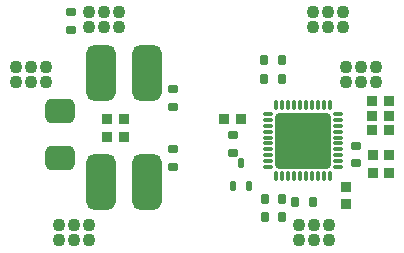
<source format=gts>
G04*
G04 #@! TF.GenerationSoftware,Altium Limited,Altium Designer,20.1.8 (145)*
G04*
G04 Layer_Color=8388736*
%FSTAX43Y43*%
%MOMM*%
G71*
G04*
G04 #@! TF.SameCoordinates,48CEEDD8-FEA7-46FE-8C49-AB3D6DD9764B*
G04*
G04*
G04 #@! TF.FilePolarity,Negative*
G04*
G01*
G75*
G04:AMPARAMS|DCode=14|XSize=0.85mm|YSize=0.7mm|CornerRadius=0.2mm|HoleSize=0mm|Usage=FLASHONLY|Rotation=0.000|XOffset=0mm|YOffset=0mm|HoleType=Round|Shape=RoundedRectangle|*
%AMROUNDEDRECTD14*
21,1,0.850,0.300,0,0,0.0*
21,1,0.450,0.700,0,0,0.0*
1,1,0.400,0.225,-0.150*
1,1,0.400,-0.225,-0.150*
1,1,0.400,-0.225,0.150*
1,1,0.400,0.225,0.150*
%
%ADD14ROUNDEDRECTD14*%
G04:AMPARAMS|DCode=15|XSize=0.85mm|YSize=0.7mm|CornerRadius=0.2mm|HoleSize=0mm|Usage=FLASHONLY|Rotation=90.000|XOffset=0mm|YOffset=0mm|HoleType=Round|Shape=RoundedRectangle|*
%AMROUNDEDRECTD15*
21,1,0.850,0.300,0,0,90.0*
21,1,0.450,0.700,0,0,90.0*
1,1,0.400,0.150,0.225*
1,1,0.400,0.150,-0.225*
1,1,0.400,-0.150,-0.225*
1,1,0.400,-0.150,0.225*
%
%ADD15ROUNDEDRECTD15*%
G04:AMPARAMS|DCode=16|XSize=0.5mm|YSize=0.85mm|CornerRadius=0.15mm|HoleSize=0mm|Usage=FLASHONLY|Rotation=180.000|XOffset=0mm|YOffset=0mm|HoleType=Round|Shape=RoundedRectangle|*
%AMROUNDEDRECTD16*
21,1,0.500,0.550,0,0,180.0*
21,1,0.200,0.850,0,0,180.0*
1,1,0.300,-0.100,0.275*
1,1,0.300,0.100,0.275*
1,1,0.300,0.100,-0.275*
1,1,0.300,-0.100,-0.275*
%
%ADD16ROUNDEDRECTD16*%
%ADD17R,0.950X0.900*%
%ADD18R,0.900X0.950*%
%ADD19O,0.350X0.900*%
%ADD20O,0.900X0.350*%
G04:AMPARAMS|DCode=21|XSize=4.7mm|YSize=4.7mm|CornerRadius=0.28mm|HoleSize=0mm|Usage=FLASHONLY|Rotation=90.000|XOffset=0mm|YOffset=0mm|HoleType=Round|Shape=RoundedRectangle|*
%AMROUNDEDRECTD21*
21,1,4.700,4.140,0,0,90.0*
21,1,4.140,4.700,0,0,90.0*
1,1,0.560,2.070,2.070*
1,1,0.560,2.070,-2.070*
1,1,0.560,-2.070,-2.070*
1,1,0.560,-2.070,2.070*
%
%ADD21ROUNDEDRECTD21*%
G04:AMPARAMS|DCode=22|XSize=2.5mm|YSize=2.1mm|CornerRadius=0.55mm|HoleSize=0mm|Usage=FLASHONLY|Rotation=180.000|XOffset=0mm|YOffset=0mm|HoleType=Round|Shape=RoundedRectangle|*
%AMROUNDEDRECTD22*
21,1,2.500,1.000,0,0,180.0*
21,1,1.400,2.100,0,0,180.0*
1,1,1.100,-0.700,0.500*
1,1,1.100,0.700,0.500*
1,1,1.100,0.700,-0.500*
1,1,1.100,-0.700,-0.500*
%
%ADD22ROUNDEDRECTD22*%
G04:AMPARAMS|DCode=23|XSize=4.7mm|YSize=2.5mm|CornerRadius=0.65mm|HoleSize=0mm|Usage=FLASHONLY|Rotation=270.000|XOffset=0mm|YOffset=0mm|HoleType=Round|Shape=RoundedRectangle|*
%AMROUNDEDRECTD23*
21,1,4.700,1.200,0,0,270.0*
21,1,3.400,2.500,0,0,270.0*
1,1,1.300,-0.600,-1.700*
1,1,1.300,-0.600,1.700*
1,1,1.300,0.600,1.700*
1,1,1.300,0.600,-1.700*
%
%ADD23ROUNDEDRECTD23*%
%ADD24C,1.100*%
D14*
X0109506Y0098422D02*
D03*
Y0099922D02*
D03*
X0085412Y0111219D02*
D03*
Y0109719D02*
D03*
X0099112Y0100819D02*
D03*
Y0099319D02*
D03*
X0094012Y0103219D02*
D03*
Y0104719D02*
D03*
Y0099619D02*
D03*
Y0098119D02*
D03*
D15*
X0101762Y0107137D02*
D03*
X0103262D02*
D03*
X0101762Y0105562D02*
D03*
X0103262D02*
D03*
X0101803Y0093894D02*
D03*
X0103303D02*
D03*
X0101803Y0095394D02*
D03*
X0103303D02*
D03*
X0105862Y0095169D02*
D03*
X0104362D02*
D03*
D16*
X0099812Y0098419D02*
D03*
X0100462Y0096519D02*
D03*
X0099162D02*
D03*
D17*
X0088487Y0100669D02*
D03*
X0089937D02*
D03*
X0088487Y0102169D02*
D03*
X0089937D02*
D03*
X0110887Y0103669D02*
D03*
X0112337D02*
D03*
X0110887Y0101269D02*
D03*
X0112337D02*
D03*
X0099837Y0102169D02*
D03*
X0098387D02*
D03*
X0112337Y0102469D02*
D03*
X0110887D02*
D03*
D18*
X0111012Y0099094D02*
D03*
Y0097644D02*
D03*
X0112312D02*
D03*
Y0099094D02*
D03*
X0108712Y0096394D02*
D03*
Y0094944D02*
D03*
D19*
X0102808Y0097361D02*
D03*
X0103308D02*
D03*
X0103808D02*
D03*
X0104308D02*
D03*
X0104808D02*
D03*
X0105308D02*
D03*
X0105808D02*
D03*
X0106308D02*
D03*
X0106808D02*
D03*
X0107308D02*
D03*
Y0103361D02*
D03*
X0106808D02*
D03*
X0106308D02*
D03*
X0105808D02*
D03*
X0105308D02*
D03*
X0104808D02*
D03*
X0104308D02*
D03*
X0103808D02*
D03*
X0103308D02*
D03*
X0102808D02*
D03*
D20*
X0108058Y0098111D02*
D03*
Y0098611D02*
D03*
Y0099111D02*
D03*
Y0099611D02*
D03*
Y0100111D02*
D03*
Y0100611D02*
D03*
Y0101111D02*
D03*
Y0101611D02*
D03*
Y0102111D02*
D03*
Y0102611D02*
D03*
X0102058D02*
D03*
Y0102111D02*
D03*
Y0101611D02*
D03*
Y0101111D02*
D03*
Y0100611D02*
D03*
Y0100111D02*
D03*
Y0099611D02*
D03*
Y0099111D02*
D03*
Y0098611D02*
D03*
Y0098111D02*
D03*
D21*
X0105058Y0100361D02*
D03*
D22*
X0084512Y0098869D02*
D03*
Y0102869D02*
D03*
D23*
X0087962Y0106069D02*
D03*
X0091862D02*
D03*
X0087962Y0096869D02*
D03*
X0091862D02*
D03*
D24*
X0108718Y0106581D02*
D03*
Y0105311D02*
D03*
X0109988Y0106581D02*
D03*
Y0105311D02*
D03*
X0111258Y0106581D02*
D03*
Y0105311D02*
D03*
X0105912Y0109969D02*
D03*
Y0111239D02*
D03*
X0107182Y0109969D02*
D03*
Y0111239D02*
D03*
X0108452Y0109969D02*
D03*
Y0111239D02*
D03*
X0107267Y0093169D02*
D03*
Y0091899D02*
D03*
X0105997Y0093169D02*
D03*
Y0091899D02*
D03*
X0104727Y0093169D02*
D03*
Y0091899D02*
D03*
X0086912Y0109969D02*
D03*
Y0111239D02*
D03*
X0088182Y0109969D02*
D03*
Y0111239D02*
D03*
X0089452Y0109969D02*
D03*
Y0111239D02*
D03*
X0086932Y0093169D02*
D03*
Y0091899D02*
D03*
X0085662Y0093169D02*
D03*
Y0091899D02*
D03*
X0084392Y0093169D02*
D03*
Y0091899D02*
D03*
X0080766Y0106581D02*
D03*
Y0105311D02*
D03*
X0082036Y0106581D02*
D03*
Y0105311D02*
D03*
X0083306Y0106581D02*
D03*
Y0105311D02*
D03*
M02*

</source>
